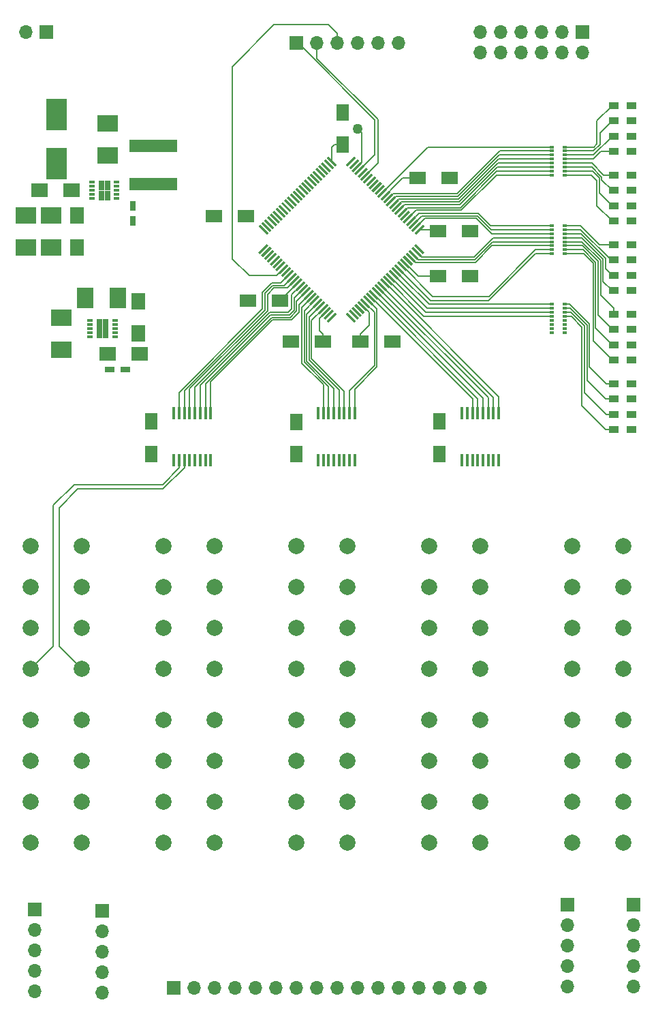
<source format=gbr>
G04 #@! TF.FileFunction,Copper,L1,Top,Signal*
%FSLAX46Y46*%
G04 Gerber Fmt 4.6, Leading zero omitted, Abs format (unit mm)*
G04 Created by KiCad (PCBNEW 4.0.7) date Wednesday, April 25, 2018 'PMt' 03:38:07 PM*
%MOMM*%
%LPD*%
G01*
G04 APERTURE LIST*
%ADD10C,0.100000*%
%ADD11R,2.000000X1.600000*%
%ADD12R,1.600000X2.000000*%
%ADD13R,2.500000X2.000000*%
%ADD14R,0.750000X1.200000*%
%ADD15R,1.200000X0.750000*%
%ADD16R,2.000000X2.500000*%
%ADD17R,2.500000X4.000000*%
%ADD18R,1.200000X0.900000*%
%ADD19R,2.000000X1.700000*%
%ADD20R,1.700000X2.000000*%
%ADD21C,2.000000*%
%ADD22R,0.450000X1.500000*%
%ADD23R,0.650000X0.300000*%
%ADD24R,0.775000X1.240000*%
%ADD25R,1.700000X1.700000*%
%ADD26O,1.700000X1.700000*%
%ADD27R,0.600000X0.350000*%
%ADD28R,5.900000X1.600000*%
%ADD29C,1.270000*%
%ADD30C,0.152400*%
G04 APERTURE END LIST*
D10*
D11*
X223298000Y-104140000D03*
X227298000Y-104140000D03*
X199485000Y-102235000D03*
X195485000Y-102235000D03*
D12*
X211455000Y-93345000D03*
X211455000Y-89345000D03*
D11*
X220758000Y-97536000D03*
X224758000Y-97536000D03*
X203676000Y-112776000D03*
X199676000Y-112776000D03*
D12*
X187706000Y-131762000D03*
X187706000Y-127762000D03*
D13*
X172085000Y-102140000D03*
X172085000Y-106140000D03*
X175260000Y-102140000D03*
X175260000Y-106140000D03*
D14*
X185420000Y-100970000D03*
X185420000Y-102870000D03*
D13*
X182245000Y-94710000D03*
X182245000Y-90710000D03*
D11*
X223298000Y-109728000D03*
X227298000Y-109728000D03*
X209010000Y-117856000D03*
X205010000Y-117856000D03*
D12*
X205740000Y-131826000D03*
X205740000Y-127826000D03*
D11*
X213646000Y-117856000D03*
X217646000Y-117856000D03*
D13*
X176530000Y-114840000D03*
X176530000Y-118840000D03*
D15*
X184465000Y-121285000D03*
X182565000Y-121285000D03*
D16*
X183515000Y-112395000D03*
X179515000Y-112395000D03*
D12*
X223520000Y-131762000D03*
X223520000Y-127762000D03*
D17*
X175895000Y-95760000D03*
X175895000Y-89660000D03*
D18*
X245153000Y-88519000D03*
X247353000Y-88519000D03*
X245153000Y-90424000D03*
X247353000Y-90424000D03*
X245153000Y-92329000D03*
X247353000Y-92329000D03*
X245153000Y-94234000D03*
X247353000Y-94234000D03*
X245153000Y-97155000D03*
X247353000Y-97155000D03*
X245153000Y-99060000D03*
X247353000Y-99060000D03*
X245153000Y-100965000D03*
X247353000Y-100965000D03*
X245153000Y-102870000D03*
X247353000Y-102870000D03*
X245153000Y-105791000D03*
X247353000Y-105791000D03*
X245153000Y-107696000D03*
X247353000Y-107696000D03*
X245153000Y-109601000D03*
X247353000Y-109601000D03*
X245153000Y-111506000D03*
X247353000Y-111506000D03*
X245153000Y-114427000D03*
X247353000Y-114427000D03*
X245153000Y-116332000D03*
X247353000Y-116332000D03*
X245153000Y-118237000D03*
X247353000Y-118237000D03*
X245153000Y-120142000D03*
X247353000Y-120142000D03*
X245153000Y-123063000D03*
X247353000Y-123063000D03*
X245153000Y-124968000D03*
X247353000Y-124968000D03*
X245153000Y-126873000D03*
X247353000Y-126873000D03*
X245153000Y-128778000D03*
X247353000Y-128778000D03*
D19*
X177800000Y-99060000D03*
X173800000Y-99060000D03*
D20*
X178435000Y-106140000D03*
X178435000Y-102140000D03*
X186055000Y-116840000D03*
X186055000Y-112840000D03*
D19*
X182245000Y-119380000D03*
X186245000Y-119380000D03*
D21*
X172720000Y-158487808D03*
X172720000Y-153407808D03*
X172720000Y-148327808D03*
X172720000Y-143247808D03*
X179070000Y-158487808D03*
X179070000Y-153407808D03*
X179070000Y-148327808D03*
X179070000Y-143247808D03*
X172720000Y-180077808D03*
X172720000Y-174997808D03*
X172720000Y-169917808D03*
X172720000Y-164837808D03*
X179070000Y-180077808D03*
X179070000Y-174997808D03*
X179070000Y-169917808D03*
X179070000Y-164837808D03*
X189230000Y-158487808D03*
X189230000Y-153407808D03*
X189230000Y-148327808D03*
X189230000Y-143247808D03*
X195580000Y-158487808D03*
X195580000Y-153407808D03*
X195580000Y-148327808D03*
X195580000Y-143247808D03*
X189230000Y-180077808D03*
X189230000Y-174997808D03*
X189230000Y-169917808D03*
X189230000Y-164837808D03*
X195580000Y-180077808D03*
X195580000Y-174997808D03*
X195580000Y-169917808D03*
X195580000Y-164837808D03*
X205740000Y-158487808D03*
X205740000Y-153407808D03*
X205740000Y-148327808D03*
X205740000Y-143247808D03*
X212090000Y-158487808D03*
X212090000Y-153407808D03*
X212090000Y-148327808D03*
X212090000Y-143247808D03*
X205740000Y-180077808D03*
X205740000Y-174997808D03*
X205740000Y-169917808D03*
X205740000Y-164837808D03*
X212090000Y-180077808D03*
X212090000Y-174997808D03*
X212090000Y-169917808D03*
X212090000Y-164837808D03*
X222250000Y-158487808D03*
X222250000Y-153407808D03*
X222250000Y-148327808D03*
X222250000Y-143247808D03*
X228600000Y-158487808D03*
X228600000Y-153407808D03*
X228600000Y-148327808D03*
X228600000Y-143247808D03*
X222250000Y-180077808D03*
X222250000Y-174997808D03*
X222250000Y-169917808D03*
X222250000Y-164837808D03*
X228600000Y-180077808D03*
X228600000Y-174997808D03*
X228600000Y-169917808D03*
X228600000Y-164837808D03*
X240030000Y-158487808D03*
X240030000Y-153407808D03*
X240030000Y-148327808D03*
X240030000Y-143247808D03*
X246380000Y-158487808D03*
X246380000Y-153407808D03*
X246380000Y-148327808D03*
X246380000Y-143247808D03*
X240030000Y-180077808D03*
X240030000Y-174997808D03*
X240030000Y-169917808D03*
X240030000Y-164837808D03*
X246380000Y-180077808D03*
X246380000Y-174997808D03*
X246380000Y-169917808D03*
X246380000Y-164837808D03*
D22*
X195072000Y-126688000D03*
X194422000Y-126688000D03*
X193772000Y-126688000D03*
X193122000Y-126688000D03*
X192472000Y-126688000D03*
X191822000Y-126688000D03*
X191172000Y-126688000D03*
X190522000Y-126688000D03*
X190522000Y-132588000D03*
X191172000Y-132588000D03*
X191822000Y-132588000D03*
X192472000Y-132588000D03*
X193122000Y-132588000D03*
X193772000Y-132588000D03*
X194422000Y-132588000D03*
X195072000Y-132588000D03*
D23*
X180307500Y-98045000D03*
X180307500Y-98545000D03*
X180307500Y-99045000D03*
X180307500Y-99545000D03*
X180307500Y-100045000D03*
X183407500Y-100045000D03*
X183407500Y-99545000D03*
X183407500Y-99045000D03*
X183407500Y-98545000D03*
X183407500Y-98045000D03*
D24*
X182245000Y-99665000D03*
X182245000Y-98425000D03*
X181470000Y-99665000D03*
X181470000Y-98425000D03*
D10*
G36*
X213168478Y-115241627D02*
X212956346Y-115453759D01*
X211895686Y-114393099D01*
X212107818Y-114180967D01*
X213168478Y-115241627D01*
X213168478Y-115241627D01*
G37*
G36*
X213522031Y-114888074D02*
X213309899Y-115100206D01*
X212249239Y-114039546D01*
X212461371Y-113827414D01*
X213522031Y-114888074D01*
X213522031Y-114888074D01*
G37*
G36*
X213875584Y-114534520D02*
X213663452Y-114746652D01*
X212602792Y-113685992D01*
X212814924Y-113473860D01*
X213875584Y-114534520D01*
X213875584Y-114534520D01*
G37*
G36*
X214229138Y-114180967D02*
X214017006Y-114393099D01*
X212956346Y-113332439D01*
X213168478Y-113120307D01*
X214229138Y-114180967D01*
X214229138Y-114180967D01*
G37*
G36*
X214582691Y-113827413D02*
X214370559Y-114039545D01*
X213309899Y-112978885D01*
X213522031Y-112766753D01*
X214582691Y-113827413D01*
X214582691Y-113827413D01*
G37*
G36*
X214936244Y-113473860D02*
X214724112Y-113685992D01*
X213663452Y-112625332D01*
X213875584Y-112413200D01*
X214936244Y-113473860D01*
X214936244Y-113473860D01*
G37*
G36*
X215289798Y-113120307D02*
X215077666Y-113332439D01*
X214017006Y-112271779D01*
X214229138Y-112059647D01*
X215289798Y-113120307D01*
X215289798Y-113120307D01*
G37*
G36*
X215643351Y-112766753D02*
X215431219Y-112978885D01*
X214370559Y-111918225D01*
X214582691Y-111706093D01*
X215643351Y-112766753D01*
X215643351Y-112766753D01*
G37*
G36*
X215996905Y-112413200D02*
X215784773Y-112625332D01*
X214724113Y-111564672D01*
X214936245Y-111352540D01*
X215996905Y-112413200D01*
X215996905Y-112413200D01*
G37*
G36*
X216350458Y-112059646D02*
X216138326Y-112271778D01*
X215077666Y-111211118D01*
X215289798Y-110998986D01*
X216350458Y-112059646D01*
X216350458Y-112059646D01*
G37*
G36*
X216704011Y-111706093D02*
X216491879Y-111918225D01*
X215431219Y-110857565D01*
X215643351Y-110645433D01*
X216704011Y-111706093D01*
X216704011Y-111706093D01*
G37*
G36*
X217057565Y-111352540D02*
X216845433Y-111564672D01*
X215784773Y-110504012D01*
X215996905Y-110291880D01*
X217057565Y-111352540D01*
X217057565Y-111352540D01*
G37*
G36*
X217411118Y-110998986D02*
X217198986Y-111211118D01*
X216138326Y-110150458D01*
X216350458Y-109938326D01*
X217411118Y-110998986D01*
X217411118Y-110998986D01*
G37*
G36*
X217764672Y-110645433D02*
X217552540Y-110857565D01*
X216491880Y-109796905D01*
X216704012Y-109584773D01*
X217764672Y-110645433D01*
X217764672Y-110645433D01*
G37*
G36*
X218118225Y-110291879D02*
X217906093Y-110504011D01*
X216845433Y-109443351D01*
X217057565Y-109231219D01*
X218118225Y-110291879D01*
X218118225Y-110291879D01*
G37*
G36*
X218471778Y-109938326D02*
X218259646Y-110150458D01*
X217198986Y-109089798D01*
X217411118Y-108877666D01*
X218471778Y-109938326D01*
X218471778Y-109938326D01*
G37*
G36*
X218825332Y-109584773D02*
X218613200Y-109796905D01*
X217552540Y-108736245D01*
X217764672Y-108524113D01*
X218825332Y-109584773D01*
X218825332Y-109584773D01*
G37*
G36*
X219178885Y-109231219D02*
X218966753Y-109443351D01*
X217906093Y-108382691D01*
X218118225Y-108170559D01*
X219178885Y-109231219D01*
X219178885Y-109231219D01*
G37*
G36*
X219532439Y-108877666D02*
X219320307Y-109089798D01*
X218259647Y-108029138D01*
X218471779Y-107817006D01*
X219532439Y-108877666D01*
X219532439Y-108877666D01*
G37*
G36*
X219885992Y-108524112D02*
X219673860Y-108736244D01*
X218613200Y-107675584D01*
X218825332Y-107463452D01*
X219885992Y-108524112D01*
X219885992Y-108524112D01*
G37*
G36*
X220239545Y-108170559D02*
X220027413Y-108382691D01*
X218966753Y-107322031D01*
X219178885Y-107109899D01*
X220239545Y-108170559D01*
X220239545Y-108170559D01*
G37*
G36*
X220593099Y-107817006D02*
X220380967Y-108029138D01*
X219320307Y-106968478D01*
X219532439Y-106756346D01*
X220593099Y-107817006D01*
X220593099Y-107817006D01*
G37*
G36*
X220946652Y-107463452D02*
X220734520Y-107675584D01*
X219673860Y-106614924D01*
X219885992Y-106402792D01*
X220946652Y-107463452D01*
X220946652Y-107463452D01*
G37*
G36*
X221300206Y-107109899D02*
X221088074Y-107322031D01*
X220027414Y-106261371D01*
X220239546Y-106049239D01*
X221300206Y-107109899D01*
X221300206Y-107109899D01*
G37*
G36*
X221653759Y-106756346D02*
X221441627Y-106968478D01*
X220380967Y-105907818D01*
X220593099Y-105695686D01*
X221653759Y-106756346D01*
X221653759Y-106756346D01*
G37*
G36*
X221441627Y-103291522D02*
X221653759Y-103503654D01*
X220593099Y-104564314D01*
X220380967Y-104352182D01*
X221441627Y-103291522D01*
X221441627Y-103291522D01*
G37*
G36*
X221088074Y-102937969D02*
X221300206Y-103150101D01*
X220239546Y-104210761D01*
X220027414Y-103998629D01*
X221088074Y-102937969D01*
X221088074Y-102937969D01*
G37*
G36*
X220734520Y-102584416D02*
X220946652Y-102796548D01*
X219885992Y-103857208D01*
X219673860Y-103645076D01*
X220734520Y-102584416D01*
X220734520Y-102584416D01*
G37*
G36*
X220380967Y-102230862D02*
X220593099Y-102442994D01*
X219532439Y-103503654D01*
X219320307Y-103291522D01*
X220380967Y-102230862D01*
X220380967Y-102230862D01*
G37*
G36*
X220027413Y-101877309D02*
X220239545Y-102089441D01*
X219178885Y-103150101D01*
X218966753Y-102937969D01*
X220027413Y-101877309D01*
X220027413Y-101877309D01*
G37*
G36*
X219673860Y-101523756D02*
X219885992Y-101735888D01*
X218825332Y-102796548D01*
X218613200Y-102584416D01*
X219673860Y-101523756D01*
X219673860Y-101523756D01*
G37*
G36*
X219320307Y-101170202D02*
X219532439Y-101382334D01*
X218471779Y-102442994D01*
X218259647Y-102230862D01*
X219320307Y-101170202D01*
X219320307Y-101170202D01*
G37*
G36*
X218966753Y-100816649D02*
X219178885Y-101028781D01*
X218118225Y-102089441D01*
X217906093Y-101877309D01*
X218966753Y-100816649D01*
X218966753Y-100816649D01*
G37*
G36*
X218613200Y-100463095D02*
X218825332Y-100675227D01*
X217764672Y-101735887D01*
X217552540Y-101523755D01*
X218613200Y-100463095D01*
X218613200Y-100463095D01*
G37*
G36*
X218259646Y-100109542D02*
X218471778Y-100321674D01*
X217411118Y-101382334D01*
X217198986Y-101170202D01*
X218259646Y-100109542D01*
X218259646Y-100109542D01*
G37*
G36*
X217906093Y-99755989D02*
X218118225Y-99968121D01*
X217057565Y-101028781D01*
X216845433Y-100816649D01*
X217906093Y-99755989D01*
X217906093Y-99755989D01*
G37*
G36*
X217552540Y-99402435D02*
X217764672Y-99614567D01*
X216704012Y-100675227D01*
X216491880Y-100463095D01*
X217552540Y-99402435D01*
X217552540Y-99402435D01*
G37*
G36*
X217198986Y-99048882D02*
X217411118Y-99261014D01*
X216350458Y-100321674D01*
X216138326Y-100109542D01*
X217198986Y-99048882D01*
X217198986Y-99048882D01*
G37*
G36*
X216845433Y-98695328D02*
X217057565Y-98907460D01*
X215996905Y-99968120D01*
X215784773Y-99755988D01*
X216845433Y-98695328D01*
X216845433Y-98695328D01*
G37*
G36*
X216491879Y-98341775D02*
X216704011Y-98553907D01*
X215643351Y-99614567D01*
X215431219Y-99402435D01*
X216491879Y-98341775D01*
X216491879Y-98341775D01*
G37*
G36*
X216138326Y-97988222D02*
X216350458Y-98200354D01*
X215289798Y-99261014D01*
X215077666Y-99048882D01*
X216138326Y-97988222D01*
X216138326Y-97988222D01*
G37*
G36*
X215784773Y-97634668D02*
X215996905Y-97846800D01*
X214936245Y-98907460D01*
X214724113Y-98695328D01*
X215784773Y-97634668D01*
X215784773Y-97634668D01*
G37*
G36*
X215431219Y-97281115D02*
X215643351Y-97493247D01*
X214582691Y-98553907D01*
X214370559Y-98341775D01*
X215431219Y-97281115D01*
X215431219Y-97281115D01*
G37*
G36*
X215077666Y-96927561D02*
X215289798Y-97139693D01*
X214229138Y-98200353D01*
X214017006Y-97988221D01*
X215077666Y-96927561D01*
X215077666Y-96927561D01*
G37*
G36*
X214724112Y-96574008D02*
X214936244Y-96786140D01*
X213875584Y-97846800D01*
X213663452Y-97634668D01*
X214724112Y-96574008D01*
X214724112Y-96574008D01*
G37*
G36*
X214370559Y-96220455D02*
X214582691Y-96432587D01*
X213522031Y-97493247D01*
X213309899Y-97281115D01*
X214370559Y-96220455D01*
X214370559Y-96220455D01*
G37*
G36*
X214017006Y-95866901D02*
X214229138Y-96079033D01*
X213168478Y-97139693D01*
X212956346Y-96927561D01*
X214017006Y-95866901D01*
X214017006Y-95866901D01*
G37*
G36*
X213663452Y-95513348D02*
X213875584Y-95725480D01*
X212814924Y-96786140D01*
X212602792Y-96574008D01*
X213663452Y-95513348D01*
X213663452Y-95513348D01*
G37*
G36*
X213309899Y-95159794D02*
X213522031Y-95371926D01*
X212461371Y-96432586D01*
X212249239Y-96220454D01*
X213309899Y-95159794D01*
X213309899Y-95159794D01*
G37*
G36*
X212956346Y-94806241D02*
X213168478Y-95018373D01*
X212107818Y-96079033D01*
X211895686Y-95866901D01*
X212956346Y-94806241D01*
X212956346Y-94806241D01*
G37*
G36*
X210764314Y-95866901D02*
X210552182Y-96079033D01*
X209491522Y-95018373D01*
X209703654Y-94806241D01*
X210764314Y-95866901D01*
X210764314Y-95866901D01*
G37*
G36*
X210410761Y-96220454D02*
X210198629Y-96432586D01*
X209137969Y-95371926D01*
X209350101Y-95159794D01*
X210410761Y-96220454D01*
X210410761Y-96220454D01*
G37*
G36*
X210057208Y-96574008D02*
X209845076Y-96786140D01*
X208784416Y-95725480D01*
X208996548Y-95513348D01*
X210057208Y-96574008D01*
X210057208Y-96574008D01*
G37*
G36*
X209703654Y-96927561D02*
X209491522Y-97139693D01*
X208430862Y-96079033D01*
X208642994Y-95866901D01*
X209703654Y-96927561D01*
X209703654Y-96927561D01*
G37*
G36*
X209350101Y-97281115D02*
X209137969Y-97493247D01*
X208077309Y-96432587D01*
X208289441Y-96220455D01*
X209350101Y-97281115D01*
X209350101Y-97281115D01*
G37*
G36*
X208996548Y-97634668D02*
X208784416Y-97846800D01*
X207723756Y-96786140D01*
X207935888Y-96574008D01*
X208996548Y-97634668D01*
X208996548Y-97634668D01*
G37*
G36*
X208642994Y-97988221D02*
X208430862Y-98200353D01*
X207370202Y-97139693D01*
X207582334Y-96927561D01*
X208642994Y-97988221D01*
X208642994Y-97988221D01*
G37*
G36*
X208289441Y-98341775D02*
X208077309Y-98553907D01*
X207016649Y-97493247D01*
X207228781Y-97281115D01*
X208289441Y-98341775D01*
X208289441Y-98341775D01*
G37*
G36*
X207935887Y-98695328D02*
X207723755Y-98907460D01*
X206663095Y-97846800D01*
X206875227Y-97634668D01*
X207935887Y-98695328D01*
X207935887Y-98695328D01*
G37*
G36*
X207582334Y-99048882D02*
X207370202Y-99261014D01*
X206309542Y-98200354D01*
X206521674Y-97988222D01*
X207582334Y-99048882D01*
X207582334Y-99048882D01*
G37*
G36*
X207228781Y-99402435D02*
X207016649Y-99614567D01*
X205955989Y-98553907D01*
X206168121Y-98341775D01*
X207228781Y-99402435D01*
X207228781Y-99402435D01*
G37*
G36*
X206875227Y-99755988D02*
X206663095Y-99968120D01*
X205602435Y-98907460D01*
X205814567Y-98695328D01*
X206875227Y-99755988D01*
X206875227Y-99755988D01*
G37*
G36*
X206521674Y-100109542D02*
X206309542Y-100321674D01*
X205248882Y-99261014D01*
X205461014Y-99048882D01*
X206521674Y-100109542D01*
X206521674Y-100109542D01*
G37*
G36*
X206168120Y-100463095D02*
X205955988Y-100675227D01*
X204895328Y-99614567D01*
X205107460Y-99402435D01*
X206168120Y-100463095D01*
X206168120Y-100463095D01*
G37*
G36*
X205814567Y-100816649D02*
X205602435Y-101028781D01*
X204541775Y-99968121D01*
X204753907Y-99755989D01*
X205814567Y-100816649D01*
X205814567Y-100816649D01*
G37*
G36*
X205461014Y-101170202D02*
X205248882Y-101382334D01*
X204188222Y-100321674D01*
X204400354Y-100109542D01*
X205461014Y-101170202D01*
X205461014Y-101170202D01*
G37*
G36*
X205107460Y-101523755D02*
X204895328Y-101735887D01*
X203834668Y-100675227D01*
X204046800Y-100463095D01*
X205107460Y-101523755D01*
X205107460Y-101523755D01*
G37*
G36*
X204753907Y-101877309D02*
X204541775Y-102089441D01*
X203481115Y-101028781D01*
X203693247Y-100816649D01*
X204753907Y-101877309D01*
X204753907Y-101877309D01*
G37*
G36*
X204400353Y-102230862D02*
X204188221Y-102442994D01*
X203127561Y-101382334D01*
X203339693Y-101170202D01*
X204400353Y-102230862D01*
X204400353Y-102230862D01*
G37*
G36*
X204046800Y-102584416D02*
X203834668Y-102796548D01*
X202774008Y-101735888D01*
X202986140Y-101523756D01*
X204046800Y-102584416D01*
X204046800Y-102584416D01*
G37*
G36*
X203693247Y-102937969D02*
X203481115Y-103150101D01*
X202420455Y-102089441D01*
X202632587Y-101877309D01*
X203693247Y-102937969D01*
X203693247Y-102937969D01*
G37*
G36*
X203339693Y-103291522D02*
X203127561Y-103503654D01*
X202066901Y-102442994D01*
X202279033Y-102230862D01*
X203339693Y-103291522D01*
X203339693Y-103291522D01*
G37*
G36*
X202986140Y-103645076D02*
X202774008Y-103857208D01*
X201713348Y-102796548D01*
X201925480Y-102584416D01*
X202986140Y-103645076D01*
X202986140Y-103645076D01*
G37*
G36*
X202632586Y-103998629D02*
X202420454Y-104210761D01*
X201359794Y-103150101D01*
X201571926Y-102937969D01*
X202632586Y-103998629D01*
X202632586Y-103998629D01*
G37*
G36*
X202279033Y-104352182D02*
X202066901Y-104564314D01*
X201006241Y-103503654D01*
X201218373Y-103291522D01*
X202279033Y-104352182D01*
X202279033Y-104352182D01*
G37*
G36*
X202066901Y-105695686D02*
X202279033Y-105907818D01*
X201218373Y-106968478D01*
X201006241Y-106756346D01*
X202066901Y-105695686D01*
X202066901Y-105695686D01*
G37*
G36*
X202420454Y-106049239D02*
X202632586Y-106261371D01*
X201571926Y-107322031D01*
X201359794Y-107109899D01*
X202420454Y-106049239D01*
X202420454Y-106049239D01*
G37*
G36*
X202774008Y-106402792D02*
X202986140Y-106614924D01*
X201925480Y-107675584D01*
X201713348Y-107463452D01*
X202774008Y-106402792D01*
X202774008Y-106402792D01*
G37*
G36*
X203127561Y-106756346D02*
X203339693Y-106968478D01*
X202279033Y-108029138D01*
X202066901Y-107817006D01*
X203127561Y-106756346D01*
X203127561Y-106756346D01*
G37*
G36*
X203481115Y-107109899D02*
X203693247Y-107322031D01*
X202632587Y-108382691D01*
X202420455Y-108170559D01*
X203481115Y-107109899D01*
X203481115Y-107109899D01*
G37*
G36*
X203834668Y-107463452D02*
X204046800Y-107675584D01*
X202986140Y-108736244D01*
X202774008Y-108524112D01*
X203834668Y-107463452D01*
X203834668Y-107463452D01*
G37*
G36*
X204188221Y-107817006D02*
X204400353Y-108029138D01*
X203339693Y-109089798D01*
X203127561Y-108877666D01*
X204188221Y-107817006D01*
X204188221Y-107817006D01*
G37*
G36*
X204541775Y-108170559D02*
X204753907Y-108382691D01*
X203693247Y-109443351D01*
X203481115Y-109231219D01*
X204541775Y-108170559D01*
X204541775Y-108170559D01*
G37*
G36*
X204895328Y-108524113D02*
X205107460Y-108736245D01*
X204046800Y-109796905D01*
X203834668Y-109584773D01*
X204895328Y-108524113D01*
X204895328Y-108524113D01*
G37*
G36*
X205248882Y-108877666D02*
X205461014Y-109089798D01*
X204400354Y-110150458D01*
X204188222Y-109938326D01*
X205248882Y-108877666D01*
X205248882Y-108877666D01*
G37*
G36*
X205602435Y-109231219D02*
X205814567Y-109443351D01*
X204753907Y-110504011D01*
X204541775Y-110291879D01*
X205602435Y-109231219D01*
X205602435Y-109231219D01*
G37*
G36*
X205955988Y-109584773D02*
X206168120Y-109796905D01*
X205107460Y-110857565D01*
X204895328Y-110645433D01*
X205955988Y-109584773D01*
X205955988Y-109584773D01*
G37*
G36*
X206309542Y-109938326D02*
X206521674Y-110150458D01*
X205461014Y-111211118D01*
X205248882Y-110998986D01*
X206309542Y-109938326D01*
X206309542Y-109938326D01*
G37*
G36*
X206663095Y-110291880D02*
X206875227Y-110504012D01*
X205814567Y-111564672D01*
X205602435Y-111352540D01*
X206663095Y-110291880D01*
X206663095Y-110291880D01*
G37*
G36*
X207016649Y-110645433D02*
X207228781Y-110857565D01*
X206168121Y-111918225D01*
X205955989Y-111706093D01*
X207016649Y-110645433D01*
X207016649Y-110645433D01*
G37*
G36*
X207370202Y-110998986D02*
X207582334Y-111211118D01*
X206521674Y-112271778D01*
X206309542Y-112059646D01*
X207370202Y-110998986D01*
X207370202Y-110998986D01*
G37*
G36*
X207723755Y-111352540D02*
X207935887Y-111564672D01*
X206875227Y-112625332D01*
X206663095Y-112413200D01*
X207723755Y-111352540D01*
X207723755Y-111352540D01*
G37*
G36*
X208077309Y-111706093D02*
X208289441Y-111918225D01*
X207228781Y-112978885D01*
X207016649Y-112766753D01*
X208077309Y-111706093D01*
X208077309Y-111706093D01*
G37*
G36*
X208430862Y-112059647D02*
X208642994Y-112271779D01*
X207582334Y-113332439D01*
X207370202Y-113120307D01*
X208430862Y-112059647D01*
X208430862Y-112059647D01*
G37*
G36*
X208784416Y-112413200D02*
X208996548Y-112625332D01*
X207935888Y-113685992D01*
X207723756Y-113473860D01*
X208784416Y-112413200D01*
X208784416Y-112413200D01*
G37*
G36*
X209137969Y-112766753D02*
X209350101Y-112978885D01*
X208289441Y-114039545D01*
X208077309Y-113827413D01*
X209137969Y-112766753D01*
X209137969Y-112766753D01*
G37*
G36*
X209491522Y-113120307D02*
X209703654Y-113332439D01*
X208642994Y-114393099D01*
X208430862Y-114180967D01*
X209491522Y-113120307D01*
X209491522Y-113120307D01*
G37*
G36*
X209845076Y-113473860D02*
X210057208Y-113685992D01*
X208996548Y-114746652D01*
X208784416Y-114534520D01*
X209845076Y-113473860D01*
X209845076Y-113473860D01*
G37*
G36*
X210198629Y-113827414D02*
X210410761Y-114039546D01*
X209350101Y-115100206D01*
X209137969Y-114888074D01*
X210198629Y-113827414D01*
X210198629Y-113827414D01*
G37*
G36*
X210552182Y-114180967D02*
X210764314Y-114393099D01*
X209703654Y-115453759D01*
X209491522Y-115241627D01*
X210552182Y-114180967D01*
X210552182Y-114180967D01*
G37*
D22*
X212973500Y-126688000D03*
X212323500Y-126688000D03*
X211673500Y-126688000D03*
X211023500Y-126688000D03*
X210373500Y-126688000D03*
X209723500Y-126688000D03*
X209073500Y-126688000D03*
X208423500Y-126688000D03*
X208423500Y-132588000D03*
X209073500Y-132588000D03*
X209723500Y-132588000D03*
X210373500Y-132588000D03*
X211023500Y-132588000D03*
X211673500Y-132588000D03*
X212323500Y-132588000D03*
X212973500Y-132588000D03*
X230875000Y-126688000D03*
X230225000Y-126688000D03*
X229575000Y-126688000D03*
X228925000Y-126688000D03*
X228275000Y-126688000D03*
X227625000Y-126688000D03*
X226975000Y-126688000D03*
X226325000Y-126688000D03*
X226325000Y-132588000D03*
X226975000Y-132588000D03*
X227625000Y-132588000D03*
X228275000Y-132588000D03*
X228925000Y-132588000D03*
X229575000Y-132588000D03*
X230225000Y-132588000D03*
X230875000Y-132588000D03*
D23*
X180060000Y-115205000D03*
X180060000Y-115705000D03*
X180060000Y-116205000D03*
X180060000Y-116705000D03*
X180060000Y-117205000D03*
X183160000Y-117205000D03*
X183160000Y-116705000D03*
X183160000Y-116205000D03*
X183160000Y-115705000D03*
X183160000Y-115205000D03*
D24*
X181997500Y-116825000D03*
X181997500Y-115585000D03*
X181222500Y-116825000D03*
X181222500Y-115585000D03*
D25*
X174625000Y-79375000D03*
D26*
X172085000Y-79375000D03*
D25*
X205740000Y-80772000D03*
D26*
X208280000Y-80772000D03*
X210820000Y-80772000D03*
X213360000Y-80772000D03*
X215900000Y-80772000D03*
X218440000Y-80772000D03*
D25*
X173206364Y-188337516D03*
D26*
X173206364Y-190877516D03*
X173206364Y-193417516D03*
X173206364Y-195957516D03*
X173206364Y-198497516D03*
D25*
X181610000Y-188534043D03*
D26*
X181610000Y-191074043D03*
X181610000Y-193614043D03*
X181610000Y-196154043D03*
X181610000Y-198694043D03*
D25*
X239395000Y-187763473D03*
D26*
X239395000Y-190303473D03*
X239395000Y-192843473D03*
X239395000Y-195383473D03*
X239395000Y-197923473D03*
D25*
X247650000Y-187763473D03*
D26*
X247650000Y-190303473D03*
X247650000Y-192843473D03*
X247650000Y-195383473D03*
X247650000Y-197923473D03*
D25*
X190500000Y-198120000D03*
D26*
X193040000Y-198120000D03*
X195580000Y-198120000D03*
X198120000Y-198120000D03*
X200660000Y-198120000D03*
X203200000Y-198120000D03*
X205740000Y-198120000D03*
X208280000Y-198120000D03*
X210820000Y-198120000D03*
X213360000Y-198120000D03*
X215900000Y-198120000D03*
X218440000Y-198120000D03*
X220980000Y-198120000D03*
X223520000Y-198120000D03*
X226060000Y-198120000D03*
X228600000Y-198120000D03*
D25*
X241300000Y-79375000D03*
D26*
X241300000Y-81915000D03*
X238760000Y-79375000D03*
X238760000Y-81915000D03*
X236220000Y-79375000D03*
X236220000Y-81915000D03*
X233680000Y-79375000D03*
X233680000Y-81915000D03*
X231140000Y-79375000D03*
X231140000Y-81915000D03*
X228600000Y-79375000D03*
X228600000Y-81915000D03*
D27*
X239090000Y-93655000D03*
X237490000Y-93655000D03*
X239090000Y-94155000D03*
X237490000Y-94155000D03*
X239090000Y-94655000D03*
X237490000Y-94655000D03*
X239090000Y-95155000D03*
X237490000Y-95155000D03*
X239090000Y-95655000D03*
X237490000Y-95655000D03*
X239090000Y-96155000D03*
X237490000Y-96155000D03*
X239090000Y-96655000D03*
X237490000Y-96655000D03*
X239090000Y-97155000D03*
X237490000Y-97155000D03*
X239090000Y-103420000D03*
X237490000Y-103420000D03*
X239090000Y-103920000D03*
X237490000Y-103920000D03*
X239090000Y-104420000D03*
X237490000Y-104420000D03*
X239090000Y-104920000D03*
X237490000Y-104920000D03*
X239090000Y-105420000D03*
X237490000Y-105420000D03*
X239090000Y-105920000D03*
X237490000Y-105920000D03*
X239090000Y-106420000D03*
X237490000Y-106420000D03*
X239090000Y-106920000D03*
X237490000Y-106920000D03*
X239090000Y-113185000D03*
X237490000Y-113185000D03*
X239090000Y-113685000D03*
X237490000Y-113685000D03*
X239090000Y-114185000D03*
X237490000Y-114185000D03*
X239090000Y-114685000D03*
X237490000Y-114685000D03*
X239090000Y-115185000D03*
X237490000Y-115185000D03*
X239090000Y-115685000D03*
X237490000Y-115685000D03*
X239090000Y-116185000D03*
X237490000Y-116185000D03*
X239090000Y-116685000D03*
X237490000Y-116685000D03*
D28*
X187960000Y-98235000D03*
X187960000Y-93535000D03*
D29*
X213382963Y-91437643D03*
D30*
X221017363Y-103927918D02*
X223085918Y-103927918D01*
X223085918Y-103927918D02*
X223298000Y-104140000D01*
X209420812Y-114110256D02*
X208564240Y-114966828D01*
X208564240Y-114966828D02*
X208564240Y-116457840D01*
X208564240Y-116457840D02*
X209010000Y-116903600D01*
X209010000Y-116903600D02*
X209010000Y-117856000D01*
X210127918Y-95442637D02*
X210127918Y-93719682D01*
X210127918Y-93719682D02*
X210502600Y-93345000D01*
X210502600Y-93345000D02*
X211455000Y-93345000D01*
X219249596Y-108099848D02*
X220877748Y-109728000D01*
X220877748Y-109728000D02*
X223298000Y-109728000D01*
X220758000Y-97536000D02*
X218924000Y-97536000D01*
X218924000Y-97536000D02*
X217908000Y-98552000D01*
X217908000Y-98552000D02*
X216774722Y-99685278D01*
X205885278Y-110574722D02*
X203684000Y-112776000D01*
X203684000Y-112776000D02*
X203676000Y-112776000D01*
X213646000Y-117856000D02*
X213646000Y-116903600D01*
X213646000Y-116903600D02*
X214749758Y-115799842D01*
X214749758Y-115799842D02*
X214749758Y-114206612D01*
X214749758Y-114206612D02*
X213946295Y-113403149D01*
X239090000Y-93655000D02*
X242739618Y-93655000D01*
X242739618Y-93655000D02*
X243093919Y-93300699D01*
X243093919Y-93300699D02*
X243093919Y-90424000D01*
X243093919Y-90424000D02*
X244998919Y-88519000D01*
X244998919Y-88519000D02*
X245153000Y-88519000D01*
X201524385Y-111689699D02*
X202665830Y-110548254D01*
X203790426Y-110548254D02*
X204824618Y-109514062D01*
X191172000Y-124137010D02*
X201524385Y-113784625D01*
X201524385Y-113784625D02*
X201524385Y-111689699D01*
X191172000Y-126688000D02*
X191172000Y-124137010D01*
X202665830Y-110548254D02*
X203790426Y-110548254D01*
X245003000Y-90424000D02*
X245153000Y-90424000D01*
X243476503Y-91950497D02*
X245003000Y-90424000D01*
X243476503Y-93349182D02*
X243476503Y-91950497D01*
X242670685Y-94155000D02*
X243476503Y-93349182D01*
X239090000Y-94155000D02*
X242670685Y-94155000D01*
X202792085Y-110853065D02*
X201829196Y-111815954D01*
X201829196Y-111815954D02*
X201829196Y-113910881D01*
X201829196Y-113910881D02*
X191822000Y-123918079D01*
X204192721Y-110853065D02*
X202792085Y-110853065D01*
X191822000Y-125785600D02*
X191822000Y-126688000D01*
X205178171Y-109867615D02*
X204192721Y-110853065D01*
X191822000Y-123918079D02*
X191822000Y-125785600D01*
X245003000Y-92329000D02*
X242677000Y-94655000D01*
X239542400Y-94655000D02*
X239090000Y-94655000D01*
X242677000Y-94655000D02*
X239542400Y-94655000D01*
X245153000Y-92329000D02*
X245003000Y-92329000D01*
X204595017Y-111157876D02*
X204930684Y-110822209D01*
X202134007Y-114037137D02*
X202134007Y-111942209D01*
X192472000Y-126688000D02*
X192472000Y-123699145D01*
X202134007Y-111942209D02*
X202918340Y-111157876D01*
X202918340Y-111157876D02*
X204595017Y-111157876D01*
X204930684Y-110822209D02*
X205531724Y-110221169D01*
X192472000Y-123699145D02*
X202134007Y-114037137D01*
X245153000Y-94234000D02*
X243579138Y-94234000D01*
X242658138Y-95155000D02*
X239542400Y-95155000D01*
X243579138Y-94234000D02*
X242658138Y-95155000D01*
X239542400Y-95155000D02*
X239090000Y-95155000D01*
X193122000Y-125785600D02*
X193122000Y-126688000D01*
X205148433Y-113778594D02*
X204709323Y-114217704D01*
X204709323Y-114217704D02*
X202384507Y-114217704D01*
X202384507Y-114217704D02*
X193122000Y-123480211D01*
X193122000Y-123480211D02*
X193122000Y-125785600D01*
X206238831Y-110928276D02*
X205148433Y-112018674D01*
X205148433Y-112018674D02*
X205148433Y-113778594D01*
X245153000Y-97155000D02*
X243939099Y-97155000D01*
X239542400Y-95655000D02*
X239090000Y-95655000D01*
X243939099Y-97155000D02*
X242439099Y-95655000D01*
X242439099Y-95655000D02*
X239542400Y-95655000D01*
X205453244Y-112420970D02*
X205453244Y-113904849D01*
X205453244Y-113904849D02*
X204835578Y-114522515D01*
X204835578Y-114522515D02*
X202510763Y-114522515D01*
X202510763Y-114522515D02*
X193772000Y-123261278D01*
X193772000Y-123261278D02*
X193772000Y-125785600D01*
X193772000Y-125785600D02*
X193772000Y-126688000D01*
X206592385Y-111281829D02*
X205453244Y-112420970D01*
X245153000Y-99060000D02*
X245003000Y-99060000D01*
X245003000Y-99060000D02*
X243682906Y-97739906D01*
X243682906Y-97739906D02*
X243682906Y-97378767D01*
X243682906Y-97378767D02*
X242459139Y-96155000D01*
X242459139Y-96155000D02*
X239542400Y-96155000D01*
X239542400Y-96155000D02*
X239090000Y-96155000D01*
X194422000Y-123042345D02*
X194422000Y-125785600D01*
X194422000Y-125785600D02*
X194422000Y-126688000D01*
X202637019Y-114827326D02*
X194422000Y-123042345D01*
X204961833Y-114827326D02*
X202637019Y-114827326D01*
X205758055Y-114031104D02*
X204961833Y-114827326D01*
X206945938Y-111635382D02*
X205758055Y-112823265D01*
X205758055Y-112823265D02*
X205758055Y-114031104D01*
X245003000Y-100965000D02*
X245153000Y-100965000D01*
X243365521Y-99327521D02*
X245003000Y-100965000D01*
X243365521Y-97492449D02*
X243365521Y-99327521D01*
X242528072Y-96655000D02*
X243365521Y-97492449D01*
X239090000Y-96655000D02*
X242528072Y-96655000D01*
X207299491Y-111988936D02*
X206062866Y-113225561D01*
X206062866Y-113225561D02*
X206062866Y-114157359D01*
X206062866Y-114157359D02*
X205088088Y-115132137D01*
X205088088Y-115132137D02*
X202763275Y-115132137D01*
X202763275Y-115132137D02*
X195072000Y-122823412D01*
X195072000Y-122823412D02*
X195072000Y-126688000D01*
X239090000Y-97155000D02*
X242403989Y-97155000D01*
X242403989Y-97155000D02*
X243060710Y-97811721D01*
X243060710Y-97811721D02*
X243060710Y-100944600D01*
X244986110Y-102870000D02*
X245153000Y-102870000D01*
X243060710Y-100944600D02*
X244986110Y-102870000D01*
X209073500Y-125785600D02*
X209073500Y-126688000D01*
X209073500Y-123193993D02*
X209073500Y-125785600D01*
X206400068Y-120520561D02*
X209073500Y-123193993D01*
X207653045Y-112342489D02*
X206400068Y-113595466D01*
X206400068Y-113595466D02*
X206400068Y-120520561D01*
X245153000Y-105791000D02*
X243381525Y-105791000D01*
X243381525Y-105791000D02*
X241010525Y-103420000D01*
X241010525Y-103420000D02*
X239542400Y-103420000D01*
X239542400Y-103420000D02*
X239090000Y-103420000D01*
X209723500Y-125785600D02*
X209723500Y-126688000D01*
X209723500Y-123412926D02*
X209723500Y-125785600D01*
X206704879Y-120394305D02*
X209723500Y-123412926D01*
X206704879Y-113997762D02*
X206704879Y-120394305D01*
X208006598Y-112696043D02*
X206704879Y-113997762D01*
X245153000Y-107696000D02*
X244835270Y-107696000D01*
X244835270Y-107696000D02*
X241059270Y-103920000D01*
X241059270Y-103920000D02*
X239542400Y-103920000D01*
X239542400Y-103920000D02*
X239090000Y-103920000D01*
X207009690Y-114400058D02*
X207009690Y-120268049D01*
X207009690Y-120268049D02*
X210373500Y-123631859D01*
X210373500Y-123631859D02*
X210373500Y-125785600D01*
X210373500Y-125785600D02*
X210373500Y-126688000D01*
X208360152Y-113049596D02*
X207009690Y-114400058D01*
X245153000Y-109601000D02*
X245003000Y-109601000D01*
X245003000Y-109601000D02*
X244146750Y-108744750D01*
X244146750Y-108744750D02*
X244146750Y-107477614D01*
X244146750Y-107477614D02*
X241089136Y-104420000D01*
X241089136Y-104420000D02*
X239542400Y-104420000D01*
X239542400Y-104420000D02*
X239090000Y-104420000D01*
X208713705Y-113403149D02*
X207314501Y-114802353D01*
X207314501Y-114802353D02*
X207314501Y-120141793D01*
X207314501Y-120141793D02*
X211023500Y-123850792D01*
X211023500Y-123850792D02*
X211023500Y-125785600D01*
X211023500Y-125785600D02*
X211023500Y-126688000D01*
X241158069Y-104920000D02*
X239542400Y-104920000D01*
X243841939Y-107603870D02*
X241158069Y-104920000D01*
X243841939Y-110344939D02*
X243841939Y-107603870D01*
X245003000Y-111506000D02*
X243841939Y-110344939D01*
X245153000Y-111506000D02*
X245003000Y-111506000D01*
X239542400Y-104920000D02*
X239090000Y-104920000D01*
X211673500Y-126688000D02*
X211673500Y-124010740D01*
X211673500Y-124010740D02*
X207619312Y-119956552D01*
X207619312Y-119956552D02*
X207619312Y-115204649D01*
X207619312Y-115204649D02*
X209067258Y-113756703D01*
X245153000Y-113824600D02*
X245153000Y-114427000D01*
X245153000Y-113657933D02*
X245153000Y-113824600D01*
X243537128Y-112042061D02*
X245153000Y-113657933D01*
X239090000Y-105420000D02*
X241227002Y-105420000D01*
X241227002Y-105420000D02*
X243537128Y-107730126D01*
X243537128Y-107730126D02*
X243537128Y-112042061D01*
X215448307Y-120808333D02*
X215448307Y-114198055D01*
X212323500Y-126688000D02*
X212323500Y-123933140D01*
X212323500Y-123933140D02*
X215448307Y-120808333D01*
X215448307Y-114198055D02*
X214299848Y-113049596D01*
X241295935Y-105920000D02*
X243232317Y-107856382D01*
X243232317Y-107856382D02*
X243232317Y-114561317D01*
X243232317Y-114561317D02*
X245003000Y-116332000D01*
X245003000Y-116332000D02*
X245153000Y-116332000D01*
X239090000Y-105920000D02*
X241295935Y-105920000D01*
X212973500Y-124714000D02*
X212973500Y-123773581D01*
X215753118Y-120993963D02*
X215753118Y-113795759D01*
X215753118Y-113795759D02*
X215254442Y-113297083D01*
X212973500Y-123773581D02*
X215753118Y-120993963D01*
X215254442Y-113297083D02*
X214653402Y-112696043D01*
X212973500Y-124714000D02*
X212973500Y-124623679D01*
X212973500Y-126688000D02*
X212973500Y-124714000D01*
X245003000Y-118237000D02*
X245153000Y-118237000D01*
X242927506Y-116161506D02*
X245003000Y-118237000D01*
X242927506Y-107995530D02*
X242927506Y-116161506D01*
X241351976Y-106420000D02*
X242927506Y-107995530D01*
X239090000Y-106420000D02*
X241351976Y-106420000D01*
X215006955Y-112342489D02*
X227625000Y-124960534D01*
X227625000Y-124960534D02*
X227625000Y-126688000D01*
X245153000Y-120142000D02*
X245003000Y-120142000D01*
X245003000Y-120142000D02*
X242622695Y-117761695D01*
X242622695Y-117761695D02*
X242622695Y-108121786D01*
X242622695Y-108121786D02*
X241420909Y-106920000D01*
X241420909Y-106920000D02*
X239090000Y-106920000D01*
X228275000Y-126688000D02*
X228275000Y-124903427D01*
X228275000Y-124903427D02*
X215360509Y-111988936D01*
X245153000Y-123063000D02*
X244226364Y-123063000D01*
X244226364Y-123063000D02*
X242139128Y-120975764D01*
X239699920Y-113185000D02*
X239542400Y-113185000D01*
X239542400Y-113185000D02*
X239090000Y-113185000D01*
X242139128Y-120975764D02*
X242139128Y-115624208D01*
X242139128Y-115624208D02*
X239699920Y-113185000D01*
X215714062Y-111635382D02*
X228925000Y-124846320D01*
X228925000Y-124846320D02*
X228925000Y-126688000D01*
X245153000Y-124968000D02*
X244190683Y-124968000D01*
X244190683Y-124968000D02*
X241834317Y-122611634D01*
X241834317Y-122611634D02*
X241834317Y-115750464D01*
X241834317Y-115750464D02*
X239768853Y-113685000D01*
X239768853Y-113685000D02*
X239542400Y-113685000D01*
X239542400Y-113685000D02*
X239090000Y-113685000D01*
X216067615Y-111281829D02*
X229575000Y-124789214D01*
X229575000Y-124789214D02*
X229575000Y-126688000D01*
X245153000Y-126873000D02*
X244206072Y-126873000D01*
X241529506Y-124196434D02*
X241529506Y-115876720D01*
X241529506Y-115876720D02*
X239837786Y-114185000D01*
X244206072Y-126873000D02*
X241529506Y-124196434D01*
X239837786Y-114185000D02*
X239542400Y-114185000D01*
X239542400Y-114185000D02*
X239090000Y-114185000D01*
X216421169Y-110928276D02*
X230225000Y-124732107D01*
X230225000Y-124732107D02*
X230225000Y-126688000D01*
X245153000Y-128778000D02*
X244195926Y-128778000D01*
X244195926Y-128778000D02*
X241224695Y-125806769D01*
X241224695Y-125806769D02*
X241224695Y-116002976D01*
X241224695Y-116002976D02*
X239906719Y-114685000D01*
X239906719Y-114685000D02*
X239090000Y-114685000D01*
X216774722Y-110574722D02*
X230875000Y-124675000D01*
X230875000Y-124675000D02*
X230875000Y-126688000D01*
X173719999Y-157487809D02*
X172720000Y-158487808D01*
X175514000Y-155693808D02*
X173719999Y-157487809D01*
X175514000Y-138176000D02*
X175514000Y-155693808D01*
X178117473Y-135572527D02*
X175514000Y-138176000D01*
X189089873Y-135572527D02*
X178117473Y-135572527D01*
X191172000Y-133490400D02*
X189089873Y-135572527D01*
X191172000Y-132588000D02*
X191172000Y-133490400D01*
X191822000Y-132588000D02*
X191822000Y-133490400D01*
X191822000Y-133490400D02*
X189168400Y-136144000D01*
X178562000Y-136144000D02*
X176237557Y-138468443D01*
X176237557Y-138468443D02*
X176237557Y-155655365D01*
X189168400Y-136144000D02*
X178562000Y-136144000D01*
X176237557Y-155655365D02*
X178070001Y-157487809D01*
X178070001Y-157487809D02*
X179070000Y-158487808D01*
X208280000Y-82648270D02*
X215852858Y-90221128D01*
X215852858Y-95657394D02*
X214299848Y-97210404D01*
X208280000Y-80772000D02*
X208280000Y-82648270D01*
X215852858Y-90221128D02*
X215852858Y-95657394D01*
X215493601Y-94602438D02*
X214193782Y-95902257D01*
X205740000Y-80772000D02*
X205972664Y-80772000D01*
X205972664Y-80772000D02*
X215493601Y-90292937D01*
X215493601Y-90292937D02*
X215493601Y-94602438D01*
X214193782Y-95902257D02*
X213592742Y-96503297D01*
X213840228Y-91894908D02*
X213382963Y-91437643D01*
X213840228Y-95548704D02*
X213840228Y-91894908D01*
X213239188Y-96149744D02*
X213840228Y-95548704D01*
X210820000Y-80772000D02*
X210820000Y-79569919D01*
X210820000Y-79569919D02*
X209736081Y-78486000D01*
X209736081Y-78486000D02*
X202946000Y-78486000D01*
X202946000Y-78486000D02*
X197772435Y-83659565D01*
X197772435Y-83659565D02*
X197772435Y-107568872D01*
X197772435Y-107568872D02*
X199847610Y-109644047D01*
X199847610Y-109644047D02*
X203280419Y-109644047D01*
X203280419Y-109644047D02*
X204117511Y-108806955D01*
X216421169Y-99331724D02*
X222097893Y-93655000D01*
X222097893Y-93655000D02*
X237037600Y-93655000D01*
X237037600Y-93655000D02*
X237490000Y-93655000D01*
X237037600Y-94155000D02*
X237490000Y-94155000D01*
X230996846Y-94155000D02*
X237037600Y-94155000D01*
X225714055Y-99437791D02*
X230996846Y-94155000D01*
X217128276Y-100038831D02*
X217729316Y-99437791D01*
X217729316Y-99437791D02*
X225714055Y-99437791D01*
X237037600Y-94655000D02*
X237490000Y-94655000D01*
X230927913Y-94655000D02*
X237037600Y-94655000D01*
X225791568Y-99791345D02*
X230927913Y-94655000D01*
X217481829Y-100392385D02*
X218082869Y-99791345D01*
X218082869Y-99791345D02*
X225791568Y-99791345D01*
X237037600Y-95155000D02*
X237490000Y-95155000D01*
X230858980Y-95155000D02*
X237037600Y-95155000D01*
X225869082Y-100144898D02*
X230858980Y-95155000D01*
X217835382Y-100745938D02*
X218436422Y-100144898D01*
X218436422Y-100144898D02*
X225869082Y-100144898D01*
X237037600Y-95655000D02*
X237490000Y-95655000D01*
X218188936Y-101099491D02*
X218789976Y-100498451D01*
X218789976Y-100498451D02*
X225946596Y-100498451D01*
X225946596Y-100498451D02*
X230790047Y-95655000D01*
X230790047Y-95655000D02*
X237037600Y-95655000D01*
X218542489Y-101453045D02*
X219157534Y-100838000D01*
X219157534Y-100838000D02*
X226038114Y-100838000D01*
X226038114Y-100838000D02*
X230721114Y-96155000D01*
X230721114Y-96155000D02*
X237037600Y-96155000D01*
X237037600Y-96155000D02*
X237490000Y-96155000D01*
X237490000Y-96655000D02*
X230652181Y-96655000D01*
X230652181Y-96655000D02*
X226101623Y-101205558D01*
X226101623Y-101205558D02*
X219497083Y-101205558D01*
X219497083Y-101205558D02*
X218896043Y-101806598D01*
X220606485Y-101510369D02*
X226227878Y-101510369D01*
X219603149Y-102513705D02*
X220606485Y-101510369D01*
X226227878Y-101510369D02*
X230583247Y-97155000D01*
X230583247Y-97155000D02*
X237490000Y-97155000D01*
X219956703Y-102867258D02*
X220927476Y-101896485D01*
X220927476Y-101896485D02*
X228356775Y-101896485D01*
X228356775Y-101896485D02*
X229880290Y-103420000D01*
X229880290Y-103420000D02*
X237490000Y-103420000D01*
X220310256Y-103220812D02*
X221329772Y-102201296D01*
X221329772Y-102201296D02*
X228219491Y-102201296D01*
X228219491Y-102201296D02*
X229938194Y-103920000D01*
X229938194Y-103920000D02*
X237037600Y-103920000D01*
X237037600Y-103920000D02*
X237490000Y-103920000D01*
X221732068Y-102506107D02*
X228093235Y-102506107D01*
X220663810Y-103574365D02*
X221732068Y-102506107D01*
X228093235Y-102506107D02*
X230007128Y-104420000D01*
X230007128Y-104420000D02*
X237037600Y-104420000D01*
X237037600Y-104420000D02*
X237490000Y-104420000D01*
X220663810Y-106685635D02*
X221264850Y-107286675D01*
X221264850Y-107286675D02*
X227809874Y-107286675D01*
X227809874Y-107286675D02*
X230176549Y-104920000D01*
X230176549Y-104920000D02*
X237037600Y-104920000D01*
X237037600Y-104920000D02*
X237490000Y-104920000D01*
X237037600Y-105420000D02*
X237490000Y-105420000D01*
X220911296Y-107640228D02*
X227887388Y-107640228D01*
X230107616Y-105420000D02*
X237037600Y-105420000D01*
X227887388Y-107640228D02*
X230107616Y-105420000D01*
X220310256Y-107039188D02*
X220911296Y-107640228D01*
X237037600Y-105920000D02*
X237490000Y-105920000D01*
X230038683Y-105920000D02*
X237037600Y-105920000D01*
X227964901Y-107993782D02*
X230038683Y-105920000D01*
X220557743Y-107993782D02*
X227964901Y-107993782D01*
X219956703Y-107392742D02*
X220557743Y-107993782D01*
X222659830Y-112217189D02*
X229676607Y-112217189D01*
X229676607Y-112217189D02*
X235473796Y-106420000D01*
X235473796Y-106420000D02*
X237037600Y-106420000D01*
X237037600Y-106420000D02*
X237490000Y-106420000D01*
X218896043Y-108453402D02*
X222659830Y-112217189D01*
X237490000Y-106920000D02*
X235404862Y-106920000D01*
X235404862Y-106920000D02*
X229618774Y-112706088D01*
X229618774Y-112706088D02*
X222441622Y-112706088D01*
X222441622Y-112706088D02*
X218542489Y-108806955D01*
X237490000Y-113185000D02*
X222213427Y-113185000D01*
X222213427Y-113185000D02*
X218789976Y-109761549D01*
X218789976Y-109761549D02*
X218188936Y-109160509D01*
X222006320Y-113685000D02*
X237490000Y-113685000D01*
X217835382Y-109514062D02*
X222006320Y-113685000D01*
X217481829Y-109867615D02*
X221799214Y-114185000D01*
X237490000Y-114185000D02*
X222365000Y-114185000D01*
X221799214Y-114185000D02*
X222365000Y-114185000D01*
X236940000Y-114685000D02*
X237490000Y-114685000D01*
X221592107Y-114685000D02*
X236940000Y-114685000D01*
X217128276Y-110221169D02*
X221592107Y-114685000D01*
M02*

</source>
